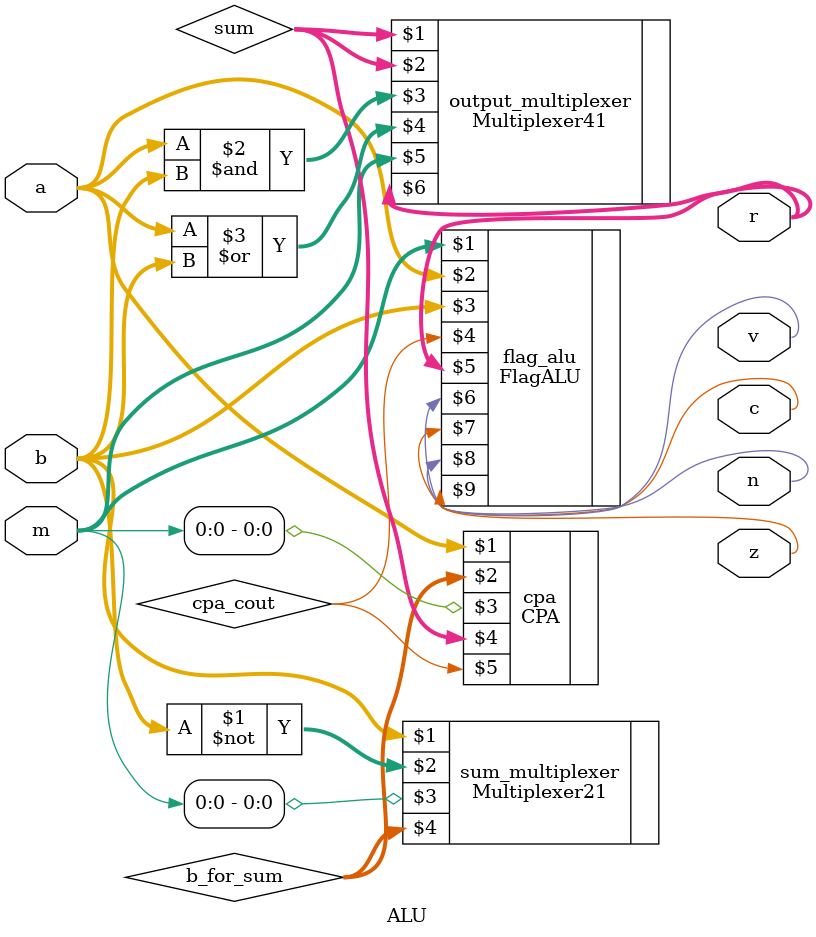
<source format=sv>
module ALU #(parameter N = 32)
           (input logic [1:0] m, /* Control */
            input logic [N-1:0] a, /* Input A */
            input logic [N-1:0] b, /* Input B */
            output logic [N-1:0] r, /* Result */
            output logic v, /* Overflow */
            output logic c, /* Carry */
            output logic n, /* Negative */
            output logic z /* Zero */);

    logic [N-1:0] b_for_sum;
    logic [N-1:0] sum;
    logic cpa_cout;

    Multiplexer21 sum_multiplexer(b, ~b, m[0], b_for_sum);

    CPA cpa(a, b_for_sum, m[0], sum, cpa_cout);

    Multiplexer41 output_multiplexer(sum, sum, a & b, a | b, m, r);

    FlagALU flag_alu(m, a, b, cpa_cout, r, v, c, n, z);

endmodule

</source>
